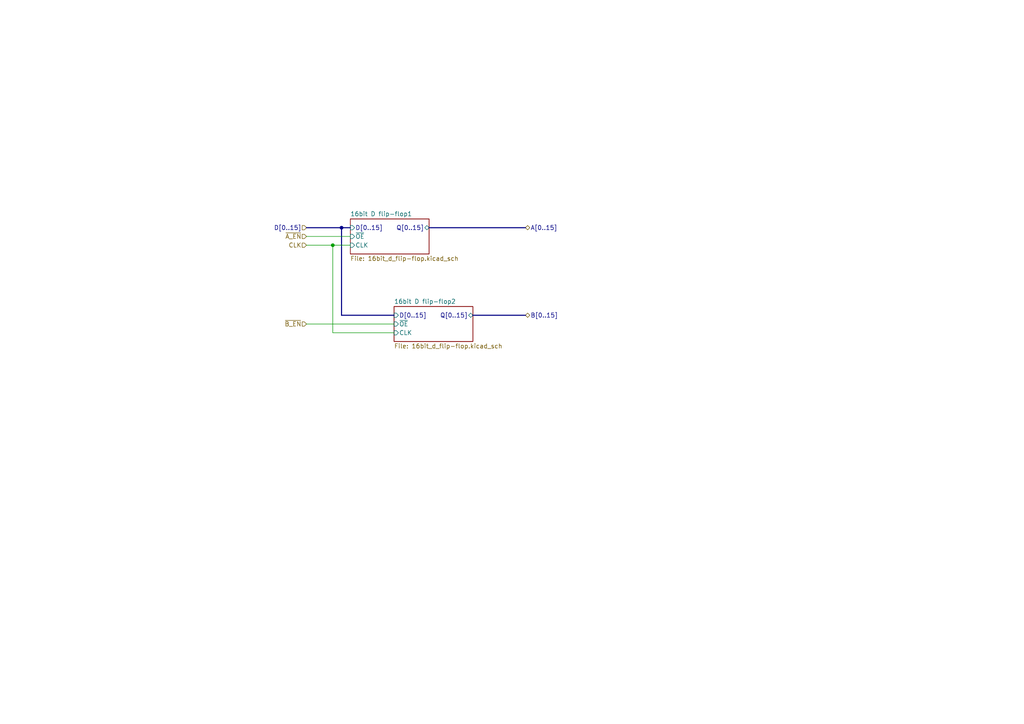
<source format=kicad_sch>
(kicad_sch
	(version 20250114)
	(generator "eeschema")
	(generator_version "9.0")
	(uuid "217876a0-06ea-4f9a-9ef1-d02483892b24")
	(paper "A4")
	(title_block
		(title "PickleRISC register board")
		(rev "1.0")
	)
	(lib_symbols)
	(junction
		(at 96.52 71.12)
		(diameter 0)
		(color 0 0 0 0)
		(uuid "14b5de5a-ceca-462c-9ebc-4b58d0f388b9")
	)
	(junction
		(at 99.06 66.04)
		(diameter 0)
		(color 0 0 0 0)
		(uuid "846ee6d3-33fb-4fc1-aa1f-2fa7d9c5f135")
	)
	(bus
		(pts
			(xy 99.06 66.04) (xy 101.6 66.04)
		)
		(stroke
			(width 0)
			(type default)
		)
		(uuid "239ba27e-32ba-4f87-b01a-a2e16f95c6c7")
	)
	(wire
		(pts
			(xy 88.9 68.58) (xy 101.6 68.58)
		)
		(stroke
			(width 0)
			(type default)
		)
		(uuid "258f4099-a058-4f86-b150-44aa79c9f07a")
	)
	(bus
		(pts
			(xy 88.9 66.04) (xy 99.06 66.04)
		)
		(stroke
			(width 0)
			(type default)
		)
		(uuid "60d29d39-5097-4de7-a09e-f624a4966de6")
	)
	(wire
		(pts
			(xy 88.9 93.98) (xy 114.3 93.98)
		)
		(stroke
			(width 0)
			(type default)
		)
		(uuid "9b18a652-f37f-4e1c-9e70-e24fdc03d528")
	)
	(bus
		(pts
			(xy 99.06 91.44) (xy 99.06 66.04)
		)
		(stroke
			(width 0)
			(type default)
		)
		(uuid "ae3d2418-253b-42df-8dd2-dbc9c1e6e642")
	)
	(wire
		(pts
			(xy 96.52 96.52) (xy 114.3 96.52)
		)
		(stroke
			(width 0)
			(type default)
		)
		(uuid "b14e7928-aca6-4d99-a866-3febfef97e5f")
	)
	(wire
		(pts
			(xy 96.52 71.12) (xy 101.6 71.12)
		)
		(stroke
			(width 0)
			(type default)
		)
		(uuid "b23265bf-a4cf-4a51-97f1-fb10145e4f96")
	)
	(wire
		(pts
			(xy 88.9 71.12) (xy 96.52 71.12)
		)
		(stroke
			(width 0)
			(type default)
		)
		(uuid "b3d88859-664d-40a5-b82f-22ae1663a239")
	)
	(bus
		(pts
			(xy 137.16 91.44) (xy 152.4 91.44)
		)
		(stroke
			(width 0)
			(type default)
		)
		(uuid "bcde242c-8201-43f9-b8cf-3937eaaf15ed")
	)
	(bus
		(pts
			(xy 124.46 66.04) (xy 152.4 66.04)
		)
		(stroke
			(width 0)
			(type default)
		)
		(uuid "d73cbec1-9060-4fea-b5dd-0a1adbf30a5d")
	)
	(bus
		(pts
			(xy 114.3 91.44) (xy 99.06 91.44)
		)
		(stroke
			(width 0)
			(type default)
		)
		(uuid "e869d037-13dc-4307-af74-0ac07138f5d5")
	)
	(wire
		(pts
			(xy 96.52 71.12) (xy 96.52 96.52)
		)
		(stroke
			(width 0)
			(type default)
		)
		(uuid "ffcb410f-7319-4d35-b815-861033d5bc89")
	)
	(hierarchical_label "CLK"
		(shape input)
		(at 88.9 71.12 180)
		(effects
			(font
				(size 1.27 1.27)
			)
			(justify right)
		)
		(uuid "0cfb5953-5ef4-43fa-8f29-634ee9b92447")
	)
	(hierarchical_label "A[0..15]"
		(shape tri_state)
		(at 152.4 66.04 0)
		(effects
			(font
				(size 1.27 1.27)
			)
			(justify left)
		)
		(uuid "36ceb43a-ec1a-4824-9f84-c38010962794")
	)
	(hierarchical_label "~{B_EN}"
		(shape input)
		(at 88.9 93.98 180)
		(effects
			(font
				(size 1.27 1.27)
			)
			(justify right)
		)
		(uuid "9407d52a-5548-4005-99bd-5a0fad85d7db")
	)
	(hierarchical_label "B[0..15]"
		(shape tri_state)
		(at 152.4 91.44 0)
		(effects
			(font
				(size 1.27 1.27)
			)
			(justify left)
		)
		(uuid "bb1f8612-ce6c-453a-94f9-379d42bba1a2")
	)
	(hierarchical_label "~{A_EN}"
		(shape input)
		(at 88.9 68.58 180)
		(effects
			(font
				(size 1.27 1.27)
			)
			(justify right)
		)
		(uuid "cc916f19-ab21-4868-970e-4bbf30b4c945")
	)
	(hierarchical_label "D[0..15]"
		(shape input)
		(at 88.9 66.04 180)
		(effects
			(font
				(size 1.27 1.27)
			)
			(justify right)
		)
		(uuid "e77ec245-9f91-4110-a63c-8b6c3a181724")
	)
	(sheet
		(at 114.3 88.9)
		(size 22.86 10.16)
		(exclude_from_sim no)
		(in_bom yes)
		(on_board yes)
		(dnp no)
		(fields_autoplaced yes)
		(stroke
			(width 0.1524)
			(type solid)
		)
		(fill
			(color 0 0 0 0.0000)
		)
		(uuid "521e1a24-7ecd-4f31-b6a4-ee41f45a062d")
		(property "Sheetname" "16bit D flip-flop2"
			(at 114.3 88.1884 0)
			(effects
				(font
					(size 1.27 1.27)
				)
				(justify left bottom)
			)
		)
		(property "Sheetfile" "16bit_d_flip-flop.kicad_sch"
			(at 114.3 99.6446 0)
			(effects
				(font
					(size 1.27 1.27)
				)
				(justify left top)
			)
		)
		(pin "CLK" input
			(at 114.3 96.52 180)
			(uuid "6a35c1d1-6a9d-4854-98b8-b1a7ff8d0871")
			(effects
				(font
					(size 1.27 1.27)
				)
				(justify left)
			)
		)
		(pin "D[0..15]" input
			(at 114.3 91.44 180)
			(uuid "2b27e479-9d1a-4eaa-baac-a9334fe58c77")
			(effects
				(font
					(size 1.27 1.27)
				)
				(justify left)
			)
		)
		(pin "Q[0..15]" tri_state
			(at 137.16 91.44 0)
			(uuid "fc3b4725-e996-4f82-a851-a6b392590d73")
			(effects
				(font
					(size 1.27 1.27)
				)
				(justify right)
			)
		)
		(pin "~{OE}" input
			(at 114.3 93.98 180)
			(uuid "815530a9-563a-4c86-b423-8744af87ba29")
			(effects
				(font
					(size 1.27 1.27)
				)
				(justify left)
			)
		)
		(instances
			(project "register_board"
				(path "/6e7dc125-93ef-4edf-a411-f762e8b48a80/df2556f8-0ee4-4861-8ff6-e99706f0a2f9/4c177b53-bfa2-4d80-8f22-116d65795a3f"
					(page "9")
				)
				(path "/6e7dc125-93ef-4edf-a411-f762e8b48a80/df2556f8-0ee4-4861-8ff6-e99706f0a2f9/fda6a3bb-a3de-461c-80c5-68c5d2e963dc"
					(page "12")
				)
				(path "/6e7dc125-93ef-4edf-a411-f762e8b48a80/df2556f8-0ee4-4861-8ff6-e99706f0a2f9/482402be-0a2d-46b1-ba6d-16bef3c8fb2b"
					(page "15")
				)
				(path "/6e7dc125-93ef-4edf-a411-f762e8b48a80/df2556f8-0ee4-4861-8ff6-e99706f0a2f9/4357ec4f-93bb-477f-bfff-4c6b129a677e"
					(page "18")
				)
				(path "/6e7dc125-93ef-4edf-a411-f762e8b48a80/df2556f8-0ee4-4861-8ff6-e99706f0a2f9/0e4eeff0-c977-48c4-9683-dd71c5cd0cb3"
					(page "21")
				)
				(path "/6e7dc125-93ef-4edf-a411-f762e8b48a80/df2556f8-0ee4-4861-8ff6-e99706f0a2f9/8699a874-e930-476f-a83f-33faae0fff14"
					(page "24")
				)
				(path "/6e7dc125-93ef-4edf-a411-f762e8b48a80/df2556f8-0ee4-4861-8ff6-e99706f0a2f9/12021e0d-d056-4a88-92ca-4a246654d381"
					(page "27")
				)
				(path "/6e7dc125-93ef-4edf-a411-f762e8b48a80/df2556f8-0ee4-4861-8ff6-e99706f0a2f9/3b006d32-eb0f-489e-a94b-2a22058491ac"
					(page "30")
				)
				(path "/6e7dc125-93ef-4edf-a411-f762e8b48a80/df2556f8-0ee4-4861-8ff6-e99706f0a2f9/0a7884b9-80e8-478b-bbbb-f9ff9ea3b9b8"
					(page "33")
				)
				(path "/6e7dc125-93ef-4edf-a411-f762e8b48a80/df2556f8-0ee4-4861-8ff6-e99706f0a2f9/139877a5-bb43-47b0-bcb1-ce2b5c8d6325"
					(page "36")
				)
				(path "/6e7dc125-93ef-4edf-a411-f762e8b48a80/df2556f8-0ee4-4861-8ff6-e99706f0a2f9/f41ece46-bfb2-4cc2-89ec-b6b991a1dc67"
					(page "39")
				)
				(path "/6e7dc125-93ef-4edf-a411-f762e8b48a80/df2556f8-0ee4-4861-8ff6-e99706f0a2f9/598799f2-6c4d-4c25-b373-6692c1a41fd8"
					(page "42")
				)
				(path "/6e7dc125-93ef-4edf-a411-f762e8b48a80/df2556f8-0ee4-4861-8ff6-e99706f0a2f9/15e8d327-acac-43fe-9fec-be63fc6ea4dd"
					(page "45")
				)
				(path "/6e7dc125-93ef-4edf-a411-f762e8b48a80/df2556f8-0ee4-4861-8ff6-e99706f0a2f9/9ce83518-7ef2-4034-8ac6-c395f8f119dc"
					(page "48")
				)
				(path "/6e7dc125-93ef-4edf-a411-f762e8b48a80/df2556f8-0ee4-4861-8ff6-e99706f0a2f9/3579dbb5-e79b-47f6-a7cc-fd496f7f13fc"
					(page "51")
				)
			)
		)
	)
	(sheet
		(at 101.6 63.5)
		(size 22.86 10.16)
		(exclude_from_sim no)
		(in_bom yes)
		(on_board yes)
		(dnp no)
		(fields_autoplaced yes)
		(stroke
			(width 0.1524)
			(type solid)
		)
		(fill
			(color 0 0 0 0.0000)
		)
		(uuid "fc05e280-963d-4218-8c40-0fd892902874")
		(property "Sheetname" "16bit D flip-flop1"
			(at 101.6 62.7884 0)
			(effects
				(font
					(size 1.27 1.27)
				)
				(justify left bottom)
			)
		)
		(property "Sheetfile" "16bit_d_flip-flop.kicad_sch"
			(at 101.6 74.2446 0)
			(effects
				(font
					(size 1.27 1.27)
				)
				(justify left top)
			)
		)
		(pin "CLK" input
			(at 101.6 71.12 180)
			(uuid "730b2e77-8fc0-4c29-b9fa-d10296126e0d")
			(effects
				(font
					(size 1.27 1.27)
				)
				(justify left)
			)
		)
		(pin "D[0..15]" input
			(at 101.6 66.04 180)
			(uuid "daa70b5e-85b0-49d3-8546-fdc13ef881fd")
			(effects
				(font
					(size 1.27 1.27)
				)
				(justify left)
			)
		)
		(pin "Q[0..15]" tri_state
			(at 124.46 66.04 0)
			(uuid "c3999d13-ce30-47e1-bb90-64dafb351317")
			(effects
				(font
					(size 1.27 1.27)
				)
				(justify right)
			)
		)
		(pin "~{OE}" input
			(at 101.6 68.58 180)
			(uuid "65b7f868-ea4a-4923-91ba-d48106c7dd8e")
			(effects
				(font
					(size 1.27 1.27)
				)
				(justify left)
			)
		)
		(instances
			(project "register_board"
				(path "/6e7dc125-93ef-4edf-a411-f762e8b48a80/df2556f8-0ee4-4861-8ff6-e99706f0a2f9/4c177b53-bfa2-4d80-8f22-116d65795a3f"
					(page "8")
				)
				(path "/6e7dc125-93ef-4edf-a411-f762e8b48a80/df2556f8-0ee4-4861-8ff6-e99706f0a2f9/fda6a3bb-a3de-461c-80c5-68c5d2e963dc"
					(page "11")
				)
				(path "/6e7dc125-93ef-4edf-a411-f762e8b48a80/df2556f8-0ee4-4861-8ff6-e99706f0a2f9/482402be-0a2d-46b1-ba6d-16bef3c8fb2b"
					(page "14")
				)
				(path "/6e7dc125-93ef-4edf-a411-f762e8b48a80/df2556f8-0ee4-4861-8ff6-e99706f0a2f9/4357ec4f-93bb-477f-bfff-4c6b129a677e"
					(page "17")
				)
				(path "/6e7dc125-93ef-4edf-a411-f762e8b48a80/df2556f8-0ee4-4861-8ff6-e99706f0a2f9/0e4eeff0-c977-48c4-9683-dd71c5cd0cb3"
					(page "20")
				)
				(path "/6e7dc125-93ef-4edf-a411-f762e8b48a80/df2556f8-0ee4-4861-8ff6-e99706f0a2f9/8699a874-e930-476f-a83f-33faae0fff14"
					(page "23")
				)
				(path "/6e7dc125-93ef-4edf-a411-f762e8b48a80/df2556f8-0ee4-4861-8ff6-e99706f0a2f9/12021e0d-d056-4a88-92ca-4a246654d381"
					(page "26")
				)
				(path "/6e7dc125-93ef-4edf-a411-f762e8b48a80/df2556f8-0ee4-4861-8ff6-e99706f0a2f9/3b006d32-eb0f-489e-a94b-2a22058491ac"
					(page "29")
				)
				(path "/6e7dc125-93ef-4edf-a411-f762e8b48a80/df2556f8-0ee4-4861-8ff6-e99706f0a2f9/0a7884b9-80e8-478b-bbbb-f9ff9ea3b9b8"
					(page "32")
				)
				(path "/6e7dc125-93ef-4edf-a411-f762e8b48a80/df2556f8-0ee4-4861-8ff6-e99706f0a2f9/139877a5-bb43-47b0-bcb1-ce2b5c8d6325"
					(page "35")
				)
				(path "/6e7dc125-93ef-4edf-a411-f762e8b48a80/df2556f8-0ee4-4861-8ff6-e99706f0a2f9/f41ece46-bfb2-4cc2-89ec-b6b991a1dc67"
					(page "38")
				)
				(path "/6e7dc125-93ef-4edf-a411-f762e8b48a80/df2556f8-0ee4-4861-8ff6-e99706f0a2f9/598799f2-6c4d-4c25-b373-6692c1a41fd8"
					(page "41")
				)
				(path "/6e7dc125-93ef-4edf-a411-f762e8b48a80/df2556f8-0ee4-4861-8ff6-e99706f0a2f9/15e8d327-acac-43fe-9fec-be63fc6ea4dd"
					(page "44")
				)
				(path "/6e7dc125-93ef-4edf-a411-f762e8b48a80/df2556f8-0ee4-4861-8ff6-e99706f0a2f9/9ce83518-7ef2-4034-8ac6-c395f8f119dc"
					(page "47")
				)
				(path "/6e7dc125-93ef-4edf-a411-f762e8b48a80/df2556f8-0ee4-4861-8ff6-e99706f0a2f9/3579dbb5-e79b-47f6-a7cc-fd496f7f13fc"
					(page "50")
				)
			)
		)
	)
)

</source>
